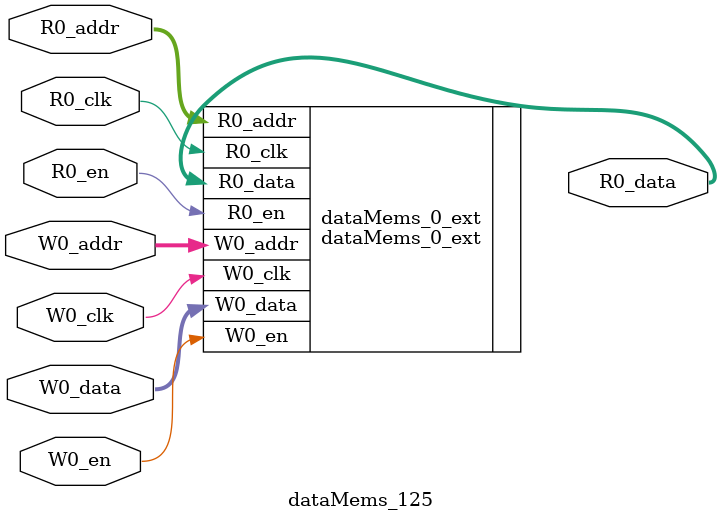
<source format=sv>
`ifndef RANDOMIZE
  `ifdef RANDOMIZE_REG_INIT
    `define RANDOMIZE
  `endif // RANDOMIZE_REG_INIT
`endif // not def RANDOMIZE
`ifndef RANDOMIZE
  `ifdef RANDOMIZE_MEM_INIT
    `define RANDOMIZE
  `endif // RANDOMIZE_MEM_INIT
`endif // not def RANDOMIZE

`ifndef RANDOM
  `define RANDOM $random
`endif // not def RANDOM

// Users can define 'PRINTF_COND' to add an extra gate to prints.
`ifndef PRINTF_COND_
  `ifdef PRINTF_COND
    `define PRINTF_COND_ (`PRINTF_COND)
  `else  // PRINTF_COND
    `define PRINTF_COND_ 1
  `endif // PRINTF_COND
`endif // not def PRINTF_COND_

// Users can define 'ASSERT_VERBOSE_COND' to add an extra gate to assert error printing.
`ifndef ASSERT_VERBOSE_COND_
  `ifdef ASSERT_VERBOSE_COND
    `define ASSERT_VERBOSE_COND_ (`ASSERT_VERBOSE_COND)
  `else  // ASSERT_VERBOSE_COND
    `define ASSERT_VERBOSE_COND_ 1
  `endif // ASSERT_VERBOSE_COND
`endif // not def ASSERT_VERBOSE_COND_

// Users can define 'STOP_COND' to add an extra gate to stop conditions.
`ifndef STOP_COND_
  `ifdef STOP_COND
    `define STOP_COND_ (`STOP_COND)
  `else  // STOP_COND
    `define STOP_COND_ 1
  `endif // STOP_COND
`endif // not def STOP_COND_

// Users can define INIT_RANDOM as general code that gets injected into the
// initializer block for modules with registers.
`ifndef INIT_RANDOM
  `define INIT_RANDOM
`endif // not def INIT_RANDOM

// If using random initialization, you can also define RANDOMIZE_DELAY to
// customize the delay used, otherwise 0.002 is used.
`ifndef RANDOMIZE_DELAY
  `define RANDOMIZE_DELAY 0.002
`endif // not def RANDOMIZE_DELAY

// Define INIT_RANDOM_PROLOG_ for use in our modules below.
`ifndef INIT_RANDOM_PROLOG_
  `ifdef RANDOMIZE
    `ifdef VERILATOR
      `define INIT_RANDOM_PROLOG_ `INIT_RANDOM
    `else  // VERILATOR
      `define INIT_RANDOM_PROLOG_ `INIT_RANDOM #`RANDOMIZE_DELAY begin end
    `endif // VERILATOR
  `else  // RANDOMIZE
    `define INIT_RANDOM_PROLOG_
  `endif // RANDOMIZE
`endif // not def INIT_RANDOM_PROLOG_

// Include register initializers in init blocks unless synthesis is set
`ifndef SYNTHESIS
  `ifndef ENABLE_INITIAL_REG_
    `define ENABLE_INITIAL_REG_
  `endif // not def ENABLE_INITIAL_REG_
`endif // not def SYNTHESIS

// Include rmemory initializers in init blocks unless synthesis is set
`ifndef SYNTHESIS
  `ifndef ENABLE_INITIAL_MEM_
    `define ENABLE_INITIAL_MEM_
  `endif // not def ENABLE_INITIAL_MEM_
`endif // not def SYNTHESIS

module dataMems_125(	// @[generators/ara/src/main/scala/UnsafeAXI4ToTL.scala:365:62]
  input  [4:0]  R0_addr,
  input         R0_en,
  input         R0_clk,
  output [66:0] R0_data,
  input  [4:0]  W0_addr,
  input         W0_en,
  input         W0_clk,
  input  [66:0] W0_data
);

  dataMems_0_ext dataMems_0_ext (	// @[generators/ara/src/main/scala/UnsafeAXI4ToTL.scala:365:62]
    .R0_addr (R0_addr),
    .R0_en   (R0_en),
    .R0_clk  (R0_clk),
    .R0_data (R0_data),
    .W0_addr (W0_addr),
    .W0_en   (W0_en),
    .W0_clk  (W0_clk),
    .W0_data (W0_data)
  );
endmodule


</source>
